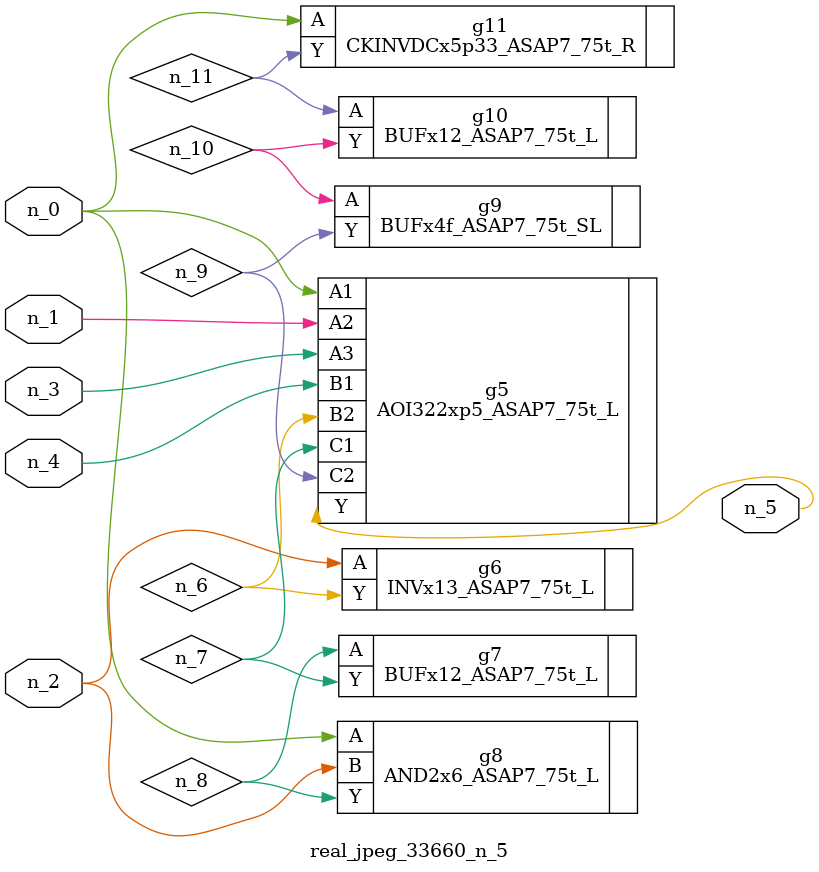
<source format=v>
module real_jpeg_33660_n_5 (n_4, n_0, n_1, n_2, n_3, n_5);

input n_4;
input n_0;
input n_1;
input n_2;
input n_3;

output n_5;

wire n_8;
wire n_11;
wire n_6;
wire n_7;
wire n_10;
wire n_9;

AOI322xp5_ASAP7_75t_L g5 ( 
.A1(n_0),
.A2(n_1),
.A3(n_3),
.B1(n_4),
.B2(n_6),
.C1(n_7),
.C2(n_9),
.Y(n_5)
);

AND2x6_ASAP7_75t_L g8 ( 
.A(n_0),
.B(n_2),
.Y(n_8)
);

CKINVDCx5p33_ASAP7_75t_R g11 ( 
.A(n_0),
.Y(n_11)
);

INVx13_ASAP7_75t_L g6 ( 
.A(n_2),
.Y(n_6)
);

BUFx12_ASAP7_75t_L g7 ( 
.A(n_8),
.Y(n_7)
);

BUFx4f_ASAP7_75t_SL g9 ( 
.A(n_10),
.Y(n_9)
);

BUFx12_ASAP7_75t_L g10 ( 
.A(n_11),
.Y(n_10)
);


endmodule
</source>
